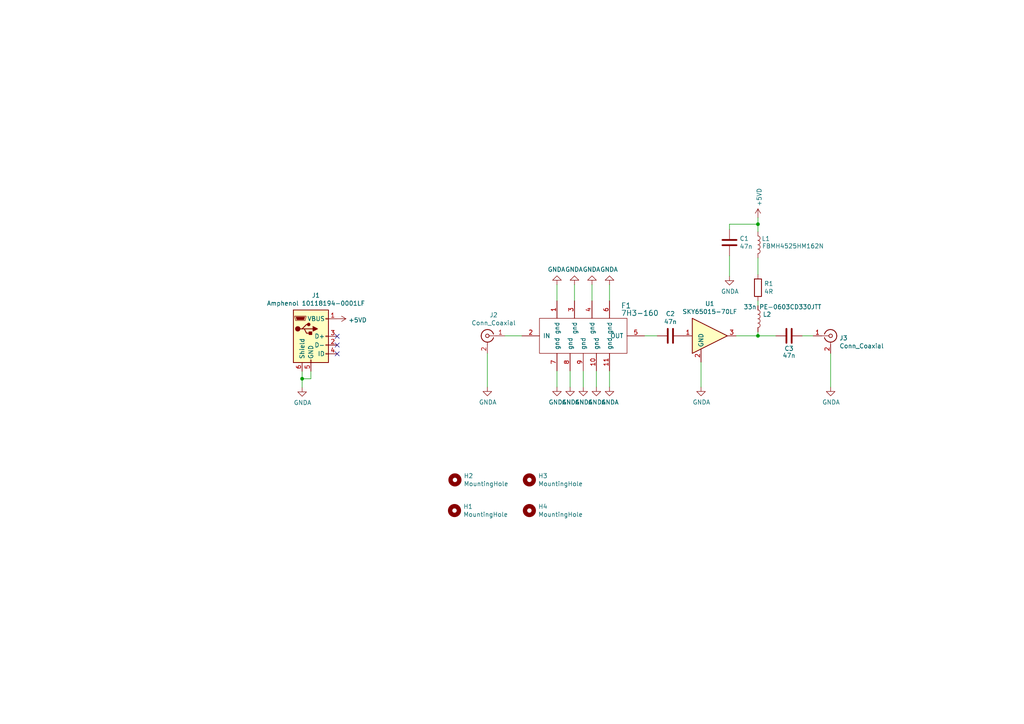
<source format=kicad_sch>
(kicad_sch (version 20211123) (generator eeschema)
  (paper "A4")
  (lib_symbols
    (symbol "7h3:7H3" (pin_names (offset 1.016))
      (property "Reference" "F" (at -2.54 11.43 0))
      (property "Value" "7H3" (at -1.27 8.89 0))
      (symbol "7H3_0_1"
        (rectangle (start 5.08 5.08) (end 30.48 -5.08))
      )
      (symbol "7H3_1_1"
        (pin bidirectional line (at 10.16 10.16 270) (length 5.08) (name "gnd") (number "1"))
        (pin bidirectional line (at 21.59 -10.16 90) (length 5.08) (name "gnd") (number "10"))
        (pin bidirectional line (at 25.4 -10.16 90) (length 5.08) (name "gnd") (number "11"))
        (pin bidirectional line (at 0 0 0) (length 5.08) (name "IN") (number "2"))
        (pin bidirectional line (at 15.24 10.16 270) (length 5.08) (name "gnd") (number "3"))
        (pin bidirectional line (at 20.32 10.16 270) (length 5.08) (name "gnd") (number "4"))
        (pin bidirectional line (at 35.56 0 180) (length 5.08) (name "OUT") (number "5"))
        (pin bidirectional line (at 25.4 10.16 270) (length 5.08) (name "gnd") (number "6"))
        (pin bidirectional line (at 10.16 -10.16 90) (length 5.08) (name "gnd") (number "7"))
        (pin bidirectional line (at 13.97 -10.16 90) (length 5.08) (name "gnd") (number "8"))
        (pin bidirectional line (at 17.78 -10.16 90) (length 5.08) (name "gnd") (number "9"))
      )
    )
    (symbol "Connector:Conn_Coaxial" (pin_names (offset 1.016) hide)
      (property "Reference" "J" (at 0.254 3.048 0))
      (property "Value" "Conn_Coaxial" (at 2.921 0 90))
      (symbol "Conn_Coaxial_0_1"
        (arc (start -1.778 -0.508) (mid 0.2311 -1.8066) (end 1.778 0) (stroke (width 0.254)))
        (polyline (pts (xy -2.54 0) (xy -0.508 0)))
        (polyline (pts (xy 0 -2.54) (xy 0 -1.778)))
        (circle (center 0 0) (radius 0.508) (stroke (width 0.2032)))
        (arc (start 1.778 0) (mid 0.2099 1.8101) (end -1.778 0.508) (stroke (width 0.254)))
      )
      (symbol "Conn_Coaxial_1_1"
        (pin passive line (at -5.08 0 0) (length 2.54) (name "In") (number "1"))
        (pin passive line (at 0 -5.08 90) (length 2.54) (name "Ext") (number "2"))
      )
    )
    (symbol "Connector:USB_B_Micro" (pin_names (offset 1.016))
      (property "Reference" "J" (at -5.08 11.43 0))
      (property "Value" "USB_B_Micro" (at -5.08 8.89 0))
      (symbol "USB_B_Micro_0_1"
        (rectangle (start -5.08 -7.62) (end 5.08 7.62) (stroke (width 0.254)) (fill (type background)))
        (circle (center -3.81 2.159) (radius 0.635) (stroke (width 0.254)) (fill (type outline)))
        (circle (center -0.635 3.429) (radius 0.381) (stroke (width 0.254)) (fill (type outline)))
        (rectangle (start -0.127 -7.62) (end 0.127 -6.858))
        (polyline (pts (xy -1.905 2.159) (xy 0.635 2.159)) (stroke (width 0.254)))
        (polyline (pts (xy -3.175 2.159) (xy -2.54 2.159) (xy -1.27 3.429) (xy -0.635 3.429)) (stroke (width 0.254)))
        (polyline (pts (xy -2.54 2.159) (xy -1.905 2.159) (xy -1.27 0.889) (xy 0 0.889)) (stroke (width 0.254)))
        (polyline (pts (xy 0.635 2.794) (xy 0.635 1.524) (xy 1.905 2.159) (xy 0.635 2.794)) (stroke (width 0.254)) (fill (type outline)))
        (polyline (pts (xy -4.318 5.588) (xy -1.778 5.588) (xy -2.032 4.826) (xy -4.064 4.826) (xy -4.318 5.588)) (fill (type outline)))
        (polyline (pts (xy -4.699 5.842) (xy -4.699 5.588) (xy -4.445 4.826) (xy -4.445 4.572) (xy -1.651 4.572) (xy -1.651 4.826) (xy -1.397 5.588) (xy -1.397 5.842) (xy -4.699 5.842)))
        (rectangle (start 0.254 1.27) (end -0.508 0.508) (stroke (width 0.254)) (fill (type outline)))
        (rectangle (start 5.08 -5.207) (end 4.318 -4.953))
        (rectangle (start 5.08 -2.667) (end 4.318 -2.413))
        (rectangle (start 5.08 -0.127) (end 4.318 0.127))
        (rectangle (start 5.08 4.953) (end 4.318 5.207))
      )
      (symbol "USB_B_Micro_1_1"
        (pin power_out line (at 7.62 5.08 180) (length 2.54) (name "VBUS") (number "1"))
        (pin bidirectional line (at 7.62 -2.54 180) (length 2.54) (name "D-") (number "2"))
        (pin bidirectional line (at 7.62 0 180) (length 2.54) (name "D+") (number "3"))
        (pin passive line (at 7.62 -5.08 180) (length 2.54) (name "ID") (number "4"))
        (pin power_out line (at 0 -10.16 90) (length 2.54) (name "GND") (number "5"))
        (pin passive line (at -2.54 -10.16 90) (length 2.54) (name "Shield") (number "6"))
      )
    )
    (symbol "Device:C" (pin_numbers hide) (pin_names (offset 0.254))
      (property "Reference" "C" (at 0.635 2.54 0))
      (property "Value" "C" (at 0.635 -2.54 0))
      (symbol "C_0_1"
        (polyline (pts (xy -2.032 -0.762) (xy 2.032 -0.762)) (stroke (width 0.508)))
        (polyline (pts (xy -2.032 0.762) (xy 2.032 0.762)) (stroke (width 0.508)))
      )
      (symbol "C_1_1"
        (pin passive line (at 0 3.81 270) (length 2.794) (name "~") (number "1"))
        (pin passive line (at 0 -3.81 90) (length 2.794) (name "~") (number "2"))
      )
    )
    (symbol "Device:L" (pin_numbers hide) (pin_names (offset 1.016) hide)
      (property "Reference" "L" (at -1.27 0 90))
      (property "Value" "L" (at 1.905 0 90))
      (symbol "L_0_1"
        (arc (start 0 -2.54) (mid 0.635 -1.905) (end 0 -1.27))
        (arc (start 0 -1.27) (mid 0.635 -0.635) (end 0 0))
        (arc (start 0 0) (mid 0.635 0.635) (end 0 1.27))
        (arc (start 0 1.27) (mid 0.635 1.905) (end 0 2.54))
      )
      (symbol "L_1_1"
        (pin passive line (at 0 3.81 270) (length 1.27) (name "1") (number "1"))
        (pin passive line (at 0 -3.81 90) (length 1.27) (name "2") (number "2"))
      )
    )
    (symbol "Device:R" (pin_numbers hide) (pin_names (offset 0))
      (property "Reference" "R" (at 2.032 0 90))
      (property "Value" "R" (at 0 0 90))
      (symbol "R_0_1"
        (rectangle (start -1.016 -2.54) (end 1.016 2.54) (stroke (width 0.254)))
      )
      (symbol "R_1_1"
        (pin passive line (at 0 3.81 270) (length 1.27) (name "~") (number "1"))
        (pin passive line (at 0 -3.81 90) (length 1.27) (name "~") (number "2"))
      )
    )
    (symbol "Mechanical:MountingHole" (pin_names (offset 1.016))
      (property "Reference" "H" (at 0 5.08 0))
      (property "Value" "MountingHole" (at 0 3.175 0))
      (symbol "MountingHole_0_1"
        (circle (center 0 0) (radius 1.27) (stroke (width 1.27)))
      )
    )
    (symbol "RF_Amplifier:GALI-1"
      (property "Reference" "U" (at -1.27 7.62 0))
      (property "Value" "GALI-1" (at 2.54 5.08 0))
      (symbol "GALI-1_0_1"
        (polyline (pts (xy 5.08 0) (xy -5.08 5.08) (xy -5.08 -5.08) (xy 5.08 0)) (stroke (width 0.254)) (fill (type background)))
      )
      (symbol "GALI-1_1_1"
        (pin input line (at -7.62 0 0) (length 2.54) (name "~") (number "1"))
        (pin power_in line (at -2.54 -7.62 90) (length 3.81) (name "GND") (number "2"))
        (pin output line (at 7.62 0 180) (length 2.54) (name "~") (number "3"))
      )
    )
    (symbol "power:+5VD" (power) (pin_names (offset 0))
      (property "Value" "+5VD" (at 0 3.556 0))
      (symbol "+5VD_0_1"
        (polyline (pts (xy -0.762 1.27) (xy 0 2.54)))
        (polyline (pts (xy 0 0) (xy 0 2.54)))
        (polyline (pts (xy 0 2.54) (xy 0.762 1.27)))
      )
      (symbol "+5VD_1_1"
        (pin power_in line (at 0 0 90) (length 0) hide (name "+5VD") (number "1"))
      )
    )
    (symbol "power:GNDA" (power) (pin_names (offset 0))
      (property "Value" "GNDA" (at 0 -3.81 0))
      (symbol "GNDA_0_1"
        (polyline (pts (xy 0 0) (xy 0 -1.27) (xy 1.27 -1.27) (xy 0 -2.54) (xy -1.27 -1.27) (xy 0 -1.27)))
      )
      (symbol "GNDA_1_1"
        (pin power_in line (at 0 0 270) (length 0) hide (name "GNDA") (number "1"))
      )
    )
  )
  (junction (at 87.63 109.855))
  (junction (at 219.837 65.024))
  (junction (at 219.837 97.409))
  (no_connect (at 97.79 97.536))
  (no_connect (at 97.79 102.616))
  (no_connect (at 97.79 100.076))
  (wire (pts (xy 219.837 74.803) (xy 219.837 79.629)))
  (wire (pts (xy 165.354 107.569) (xy 165.354 112.268)))
  (wire (pts (xy 219.837 88.646) (xy 219.837 87.249)))
  (wire (pts (xy 169.164 107.569) (xy 169.164 112.268)))
  (wire (pts (xy 211.582 65.024) (xy 211.582 66.548)))
  (wire (pts (xy 176.784 87.249) (xy 176.784 82.55)))
  (wire (pts (xy 171.704 87.249) (xy 171.704 82.55)))
  (wire (pts (xy 141.351 102.489) (xy 141.351 112.268)))
  (wire (pts (xy 638.429 60.198) (xy 638.429 3.81)))
  (wire (pts (xy 176.784 107.569) (xy 176.784 112.268)))
  (wire (pts (xy 146.431 97.409) (xy 151.384 97.409)))
  (wire (pts (xy 219.837 63.119) (xy 219.837 65.024)))
  (wire (pts (xy 87.63 107.696) (xy 87.63 109.855)))
  (wire (pts (xy 219.837 97.409) (xy 225.044 97.409)))
  (wire (pts (xy 90.17 107.696) (xy 90.17 109.855)))
  (wire (pts (xy 186.944 97.409) (xy 190.627 97.409)))
  (wire (pts (xy 219.837 97.409) (xy 219.837 96.266)))
  (wire (pts (xy 240.919 102.489) (xy 240.919 112.268)))
  (wire (pts (xy 211.582 74.168) (xy 211.582 80.137)))
  (wire (pts (xy 203.327 105.029) (xy 203.327 112.268)))
  (wire (pts (xy 211.582 65.024) (xy 219.837 65.024)))
  (wire (pts (xy 87.63 109.855) (xy 87.63 112.395)))
  (wire (pts (xy 87.63 109.855) (xy 90.17 109.855)))
  (wire (pts (xy 161.544 107.569) (xy 161.544 112.268)))
  (wire (pts (xy 213.487 97.409) (xy 219.837 97.409)))
  (wire (pts (xy 166.624 87.249) (xy 166.624 82.55)))
  (wire (pts (xy 161.544 87.249) (xy 161.544 82.55)))
  (wire (pts (xy 232.664 97.409) (xy 235.839 97.409)))
  (wire (pts (xy 219.837 65.024) (xy 219.837 67.183)))
  (wire (pts (xy 172.974 107.569) (xy 172.974 112.268)))
  (symbol (lib_id "7h3:7H3") (at 151.384 97.409 0) (unit 1)
    (property "Reference" "F1" (at 180.086 88.646 0) (effects (font (size 1.524 1.524)) (justify left)))
    (property "Value" "7H3-160" (at 180.086 90.805 0) (effects (font (size 1.524 1.524)) (justify left)))
    (property "Footprint" "7h3_lib:7h3" (effects hide))
  )
  (symbol (lib_id "Connector:Conn_Coaxial") (at 141.351 97.409 0) (mirror y) (unit 1)
    (property "Reference" "J2" (at 143.1798 91.3638 0))
    (property "Value" "Conn_Coaxial" (at 143.1798 93.6752 0))
    (property "Footprint" "sma_connector:sma_connector" (effects hide))
    (property "Datasheet" " ~" (effects hide))
  )
  (symbol (lib_id "Connector:Conn_Coaxial") (at 240.919 97.409 0) (unit 1)
    (property "Reference" "J3" (at 243.459 98.044 0) (effects (justify left)))
    (property "Value" "Conn_Coaxial" (at 243.459 100.3554 0) (effects (justify left)))
    (property "Footprint" "sma_connector:sma_connector" (effects hide))
    (property "Datasheet" " ~" (effects hide))
  )
  (symbol (lib_id "Connector:USB_B_Micro") (at 90.17 97.536 0) (unit 1)
    (property "Reference" "J1" (at 91.6178 85.6742 0))
    (property "Value" "Amphenol 10118194-0001LF" (at 91.6178 87.9856 0))
    (property "Footprint" "Connector_USB:USB_Micro-B_Amphenol_10118194_Horizontal" (effects hide))
  )
  (symbol (lib_id "power:+5VD") (at 97.79 92.456 270) (unit 1)
    (property "Reference" "#PWR03" (effects hide))
    (property "Value" "+5VD" (at 101.0412 92.837 90) (effects (justify left)))
  )
  (symbol (lib_id "RF_Amplifier:GALI-1") (at 205.867 97.409 0) (unit 1)
    (property "Reference" "U1" (at 205.867 88.0872 0))
    (property "Value" "SKY65015-70LF" (at 205.867 90.3986 0))
    (property "Footprint" "Package_TO_SOT_SMD:SOT-89-3_Handsoldering" (effects hide))
    (property "Datasheet" "https://www.minicircuits.com/pdfs/GALI-1+.pdf" (effects hide))
  )
  (symbol (lib_id "power:GNDA") (at 161.544 82.55 180) (unit 1)
    (property "Reference" "#PWR08" (effects hide))
    (property "Value" "GNDA" (at 161.417 78.1558 0))
  )
  (symbol (lib_id "power:GNDA") (at 166.624 82.55 180) (unit 1)
    (property "Reference" "#PWR011" (effects hide))
    (property "Value" "GNDA" (at 166.497 78.1558 0))
  )
  (symbol (lib_id "power:GNDA") (at 171.704 82.55 180) (unit 1)
    (property "Reference" "#PWR013" (effects hide))
    (property "Value" "GNDA" (at 171.577 78.1558 0))
  )
  (symbol (lib_id "power:GNDA") (at 176.784 82.55 180) (unit 1)
    (property "Reference" "#PWR015" (effects hide))
    (property "Value" "GNDA" (at 176.657 78.1558 0))
  )
  (symbol (lib_id "power:GNDA") (at 240.919 112.268 0) (unit 1)
    (property "Reference" "#PWR017" (effects hide))
    (property "Value" "GNDA" (at 241.046 116.6622 0))
  )
  (symbol (lib_id "power:GNDA") (at 176.784 112.268 0) (unit 1)
    (property "Reference" "#PWR016" (effects hide))
    (property "Value" "GNDA" (at 176.911 116.6622 0))
  )
  (symbol (lib_id "power:GNDA") (at 172.974 112.268 0) (unit 1)
    (property "Reference" "#PWR014" (effects hide))
    (property "Value" "GNDA" (at 173.101 116.6622 0))
  )
  (symbol (lib_id "power:GNDA") (at 169.164 112.268 0) (unit 1)
    (property "Reference" "#PWR012" (effects hide))
    (property "Value" "GNDA" (at 169.291 116.6622 0))
  )
  (symbol (lib_id "power:GNDA") (at 165.354 112.268 0) (unit 1)
    (property "Reference" "#PWR010" (effects hide))
    (property "Value" "GNDA" (at 165.481 116.6622 0))
  )
  (symbol (lib_id "power:GNDA") (at 161.544 112.268 0) (unit 1)
    (property "Reference" "#PWR09" (effects hide))
    (property "Value" "GNDA" (at 161.671 116.6622 0))
  )
  (symbol (lib_id "power:GNDA") (at 203.327 112.268 0) (unit 1)
    (property "Reference" "#PWR07" (effects hide))
    (property "Value" "GNDA" (at 203.454 116.6622 0))
  )
  (symbol (lib_id "power:GNDA") (at 141.351 112.268 0) (unit 1)
    (property "Reference" "#PWR06" (effects hide))
    (property "Value" "GNDA" (at 141.478 116.6622 0))
  )
  (symbol (lib_id "Device:C") (at 228.854 97.409 270) (unit 1)
    (property "Reference" "C3" (at 228.854 101.092 90))
    (property "Value" "47n" (at 228.854 103.124 90))
    (property "Footprint" "Capacitor_SMD:C_0603_1608Metric_Pad1.08x0.95mm_HandSolder" (effects hide))
  )
  (symbol (lib_id "Device:L") (at 219.837 70.993 0) (unit 1)
    (property "Reference" "L1" (at 222.123 69.215 0))
    (property "Value" "FBMH4525HM162N" (at 229.997 71.374 0))
    (property "Footprint" "Inductor_SMD:L_1812_4532Metric_Pad1.30x3.40mm_HandSolder" (effects hide))
  )
  (symbol (lib_id "Device:L") (at 219.837 92.456 0) (unit 1)
    (property "Reference" "L2" (at 221.234 91.186 0) (effects (justify left)))
    (property "Value" "33n PE-0603CD330JTT" (at 215.646 89.027 0) (effects (justify left)))
    (property "Footprint" "Inductor_SMD:L_0603_1608Metric_Pad1.05x0.95mm_HandSolder" (effects hide))
  )
  (symbol (lib_id "Device:R") (at 219.837 83.439 0) (unit 1)
    (property "Reference" "R1" (at 221.615 82.2706 0) (effects (justify left)))
    (property "Value" "4R" (at 221.615 84.582 0) (effects (justify left)))
    (property "Footprint" "Resistor_SMD:R_0805_2012Metric_Pad1.20x1.40mm_HandSolder" (effects hide))
  )
  (symbol (lib_id "Device:C") (at 211.582 70.358 0) (unit 1)
    (property "Reference" "C1" (at 214.503 69.1896 0) (effects (justify left)))
    (property "Value" "47n" (at 214.503 71.501 0) (effects (justify left)))
    (property "Footprint" "Capacitor_SMD:C_0603_1608Metric_Pad1.08x0.95mm_HandSolder" (effects hide))
  )
  (symbol (lib_id "Device:C") (at 194.437 97.409 270) (unit 1)
    (property "Reference" "C2" (at 194.437 91.0082 90))
    (property "Value" "47n" (at 194.437 93.3196 90))
    (property "Footprint" "Capacitor_SMD:C_0603_1608Metric_Pad1.08x0.95mm_HandSolder" (effects hide))
  )
  (symbol (lib_id "power:+5VD") (at 219.837 63.119 0) (unit 1)
    (property "Reference" "#PWR04" (effects hide))
    (property "Value" "+5VD" (at 220.218 59.8678 90) (effects (justify left)))
  )
  (symbol (lib_id "Mechanical:MountingHole") (at 131.953 139.192 0) (unit 1)
    (property "Reference" "H2" (at 134.493 138.0236 0) (effects (justify left)))
    (property "Value" "MountingHole" (at 134.493 140.335 0) (effects (justify left)))
    (property "Footprint" "MountingHole:MountingHole_4.3mm_M4" (effects hide))
  )
  (symbol (lib_id "Mechanical:MountingHole") (at 153.543 139.192 0) (unit 1)
    (property "Reference" "H3" (at 156.083 138.0236 0) (effects (justify left)))
    (property "Value" "MountingHole" (at 156.083 140.335 0) (effects (justify left)))
    (property "Footprint" "MountingHole:MountingHole_4.3mm_M4" (effects hide))
  )
  (symbol (lib_id "Mechanical:MountingHole") (at 153.543 148.082 0) (unit 1)
    (property "Reference" "H4" (at 156.083 146.9136 0) (effects (justify left)))
    (property "Value" "MountingHole" (at 156.083 149.225 0) (effects (justify left)))
    (property "Footprint" "MountingHole:MountingHole_4.3mm_M4" (effects hide))
  )
  (symbol (lib_id "Mechanical:MountingHole") (at 131.826 148.082 0) (unit 1)
    (property "Reference" "H1" (at 134.366 146.9136 0) (effects (justify left)))
    (property "Value" "MountingHole" (at 134.366 149.225 0) (effects (justify left)))
    (property "Footprint" "MountingHole:MountingHole_4.3mm_M4" (effects hide))
  )
  (symbol (lib_id "power:GNDA") (at 211.582 80.137 0) (unit 1)
    (property "Reference" "#PWR?" (effects hide))
    (property "Value" "GNDA" (at 211.709 84.5312 0))
  )
  (symbol (lib_id "power:GNDA") (at 87.63 112.395 0) (unit 1)
    (property "Reference" "#PWR0101" (effects hide))
    (property "Value" "GNDA" (at 87.757 116.7892 0))
  )
)
</source>
